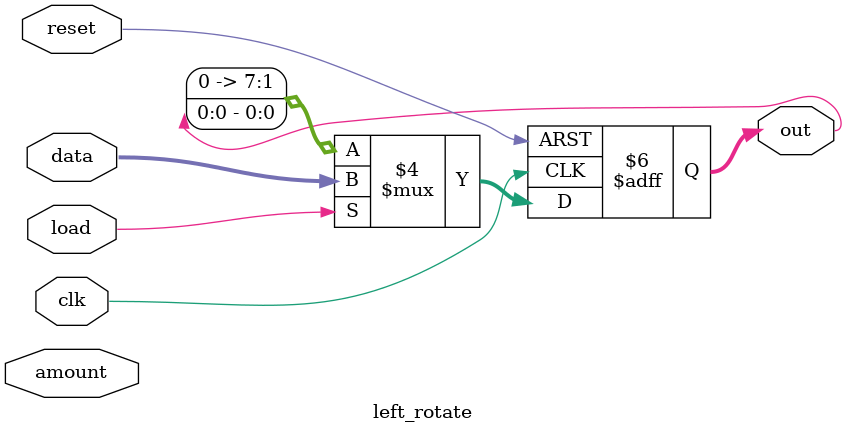
<source format=v>
module left_rotate(clk,reset,amount,data,load,out);
input clk,reset;
input [2:0] amount;
input [7:0] data;
input load;
output reg [7:0] out;
// when load is high, load data to out
// rotate the register out followed by shift left by amount bits
always @(posedge clk or posedge reset)
begin
if(reset)
out <= 0;
else if(load)
out <= data;
else
begin
out <= out << amount;
out[7:0] <= out[0];
end
end
endmodule

</source>
